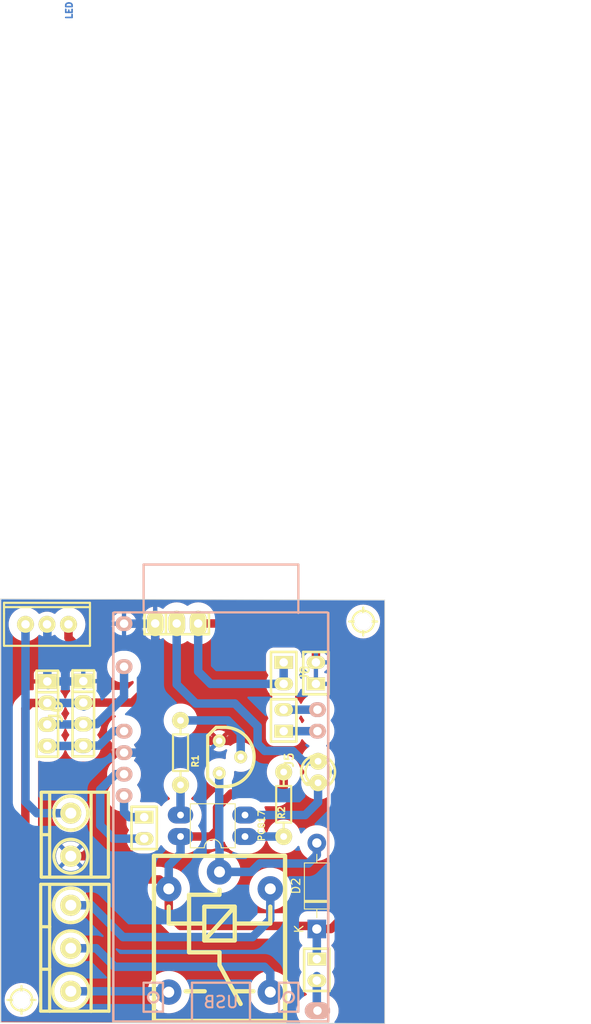
<source format=kicad_pcb>
(kicad_pcb (version 20221018) (generator pcbnew)
  (layers (0 "F.Cu" signal) (31 "B.Cu" signal) (34 "B.Paste" user) (35 "F.Paste" user) (36 "B.SilkS" user "B.Silkscreen") (37 "F.SilkS" user "F.Silkscreen") (38 "B.Mask" user) (39 "F.Mask" user) (44 "Edge.Cuts" user))
  (net 0 "")
  (net 1 "Net-(D1-K)")
  (net 2 "Net-(D1-A)")
  (net 3 "VCC")
  (net 4 "Net-(D2-A)")
  (net 5 "Net-(J1-Pin_1)")
  (net 6 "Net-(J1-Pin_2)")
  (net 7 "Net-(J1-Pin_3)")
  (net 8 "GND")
  (net 9 "Net-(J3-Pin_1)")
  (net 10 "scl")
  (net 11 "sda")
  (net 12 "Net-(Q1-B)")
  (net 13 "Net-(R1-Pad1)")
  (net 14 "Net-(R2-Pad2)")
  (net 15 "/D19")
  (net 16 "/D18")
  (net 17 "/D34")
  (net 18 "/D35")
  (net 19 "Net-(JP1-B)")
  (footprint "EESTN5:Pin_Strip_3" (layer "F.Cu") (at 113.34 71.35)
    (fp_text reference "J2" hide)
    (fp_text value "pineras" hide)
    (fp_line (start -3.81 -1.27) (end -3.81 1.27) (stroke (width 0.3048)) (layer "F.SilkS"))
    (fp_line (start -3.81 -1.27) (end 3.81 -1.27) (stroke (width 0.3048)) (layer "F.SilkS"))
    (fp_line (start -1.27 -1.27) (end -1.27 1.27) (stroke (width 0.3048)) (layer "F.SilkS"))
    (fp_line (start 3.81 -1.27) (end 3.81 1.27) (stroke (width 0.3048)) (layer "F.SilkS"))
    (fp_line (start 3.81 1.27) (end -3.81 1.27) (stroke (width 0.3048)) (layer "F.SilkS"))
    (pad "1" thru_hole oval (at -2.54 0) (size 2 3) (drill 1) (layers "*.Cu" "*.Mask" "F.SilkS") (net 8 "GND"))
    (pad "2" thru_hole oval (at 0 0) (size 2 3) (drill 1) (layers "*.Cu" "*.Mask" "F.SilkS") (net 1 "Net-(D1-K)"))
    (pad "3" thru_hole oval (at 2.54 0) (size 2 3) (drill 1) (layers "*.Cu" "*.Mask" "F.SilkS") (net 3 "VCC"))
  )
  (footprint "EESTN5:RES0.3" (layer "F.Cu") (at 113.792 86.614 90)
    (fp_text reference "R1" (at -1 1.75 90) (layer "F.SilkS") (effects (font (size 0.75 0.75) (thickness 0.1875))))
    (fp_text value "R" hide)
    (fp_line (start -2.159 -0.889) (end -2.159 0.889) (stroke (width 0.254)) (layer "F.SilkS"))
    (fp_line (start -2.159 0) (end -3.81 0) (stroke (width 0.254)) (layer "F.SilkS"))
    (fp_line (start -2.159 0.889) (end 2.159 0.889) (stroke (width 0.254)) (layer "F.SilkS"))
    (fp_line (start 2.159 -0.889) (end -2.159 -0.889) (stroke (width 0.254)) (layer "F.SilkS"))
    (fp_line (start 2.159 0) (end 3.81 0) (stroke (width 0.254)) (layer "F.SilkS"))
    (fp_line (start 2.159 0.889) (end 2.159 -0.889) (stroke (width 0.254)) (layer "F.SilkS"))
    (pad "1" thru_hole circle (at -3.81 0 90) (size 1.99898 1.99898) (drill 0.8001) (layers "*.Cu" "*.Mask" "F.SilkS") (net 13 "Net-(R1-Pad1)"))
    (pad "2" thru_hole circle (at 3.81 0 90) (size 1.99898 1.99898) (drill 0.8001) (layers "*.Cu" "*.Mask" "F.SilkS") (net 12 "Net-(Q1-B)"))
  )
  (footprint "EESTN5_2:pin_strip_4" (layer "F.Cu") (at 102.3 81.97 -90)
    (fp_text reference "J6" (at -0.2032 3.2258 90) (layer "F.SilkS") (effects (font (size 1.5 1.5) (thickness 0.3))))
    (fp_text value "Conn_01x04" hide)
    (fp_line (start -5.08 -1.27) (end 5.08 -1.27) (stroke (width 0.3048)) (layer "F.SilkS"))
    (fp_line (start -5.08 1.27) (end -5.08 -1.27) (stroke (width 0.3048)) (layer "F.SilkS"))
    (fp_line (start -2.54 -1.27) (end -2.54 1.27) (stroke (width 0.3048)) (layer "F.SilkS"))
    (fp_line (start 5.08 -1.27) (end 5.08 1.27) (stroke (width 0.3048)) (layer "F.SilkS"))
    (fp_line (start 5.08 1.27) (end -5.08 1.27) (stroke (width 0.3048)) (layer "F.SilkS"))
    (pad "1" thru_hole rect (at -3.81 0 270) (size 1.75 2.2) (drill 1.00076) (layers "*.Cu" "*.Mask" "F.SilkS") (net 8 "GND"))
    (pad "2" thru_hole oval (at -1.27 0 270) (size 1.75 2.2) (drill 1.00076) (layers "*.Cu" "*.Mask" "F.SilkS") (net 3 "VCC"))
    (pad "3" thru_hole oval (at 1.27 0 270) (size 1.75 2.2) (drill 1.00076) (layers "*.Cu" "*.Mask" "F.SilkS") (net 10 "scl"))
    (pad "4" thru_hole oval (at 3.81 0 270) (size 1.75 2.2) (drill 1.00076) (layers "*.Cu" "*.Mask" "F.SilkS") (net 11 "sda"))
  )
  (footprint "EESTN5:TO-220" (layer "F.Cu") (at 98.01 71.45)
    (fp_text reference "U3" hide)
    (fp_text value "L7805" hide)
    (fp_line (start -5.08 -2.54) (end -5.08 -1.27) (stroke (width 0.254)) (layer "F.SilkS"))
    (fp_line (start -5.08 -2.032) (end 5.08 -2.032) (stroke (width 0.254)) (layer "F.SilkS"))
    (fp_line (start -5.08 -1.27) (end -5.08 2.54) (stroke (width 0.254)) (layer "F.SilkS"))
    (fp_line (start -5.08 2.54) (end 5.08 2.54) (stroke (width 0.254)) (layer "F.SilkS"))
    (fp_line (start 5.08 -2.54) (end -5.08 -2.54) (stroke (width 0.254)) (layer "F.SilkS"))
    (fp_line (start 5.08 2.54) (end 5.08 -2.54) (stroke (width 0.254)) (layer "F.SilkS"))
    (pad "1" thru_hole circle (at -2.54 0) (size 2 2) (drill 1) (layers "*.Cu" "*.Mask" "F.SilkS") (net 9 "Net-(J3-Pin_1)"))
    (pad "2" thru_hole circle (at 0 0) (size 2 2) (drill 1) (layers "*.Cu" "*.Mask" "F.SilkS") (net 8 "GND"))
    (pad "3" thru_hole circle (at 2.54 0) (size 2 2) (drill 1) (layers "*.Cu" "*.Mask" "F.SilkS") (net 3 "VCC"))
  )
  (footprint "EESTN5_2:hole_2mm" (layer "F.Cu") (at 94.996 115.824)
    (fp_text reference "hole_2mm" hide)
    (fp_text value "VAL**" hide)
    (fp_line (start -1.651 0) (end 1.651 0) (stroke (width 0.254)) (layer "F.SilkS"))
    (fp_line (start 0 -1.651) (end 0 1.651) (stroke (width 0.254)) (layer "F.SilkS"))
    (fp_circle (center 0 0) (end 1.27 -0.127) (stroke (width 0.254)) (fill none) (layer "F.SilkS"))
    (pad "1" thru_hole circle (at 0 0) (size 1.99898 1.99898) (drill 1.99898) (layers "*.Cu" "F.SilkS"))
  )
  (footprint "EESTN5_2:Jumper" (layer "F.Cu") (at 129.9 112.268 -90)
    (fp_text reference "JP1" hide)
    (fp_text value "Jumper" hide)
    (fp_line (start -2.5 -1.5) (end 2.5 -1.5) (stroke (width 0.3048)) (layer "F.SilkS"))
    (fp_line (start -2.5 1.5) (end -2.5 -1.5) (stroke (width 0.3048)) (layer "F.SilkS"))
    (fp_line (start 2.5 -1.5) (end 2.5 1.5) (stroke (width 0.3048)) (layer "F.SilkS"))
    (fp_line (start 2.5 1.5) (end -2.5 1.5) (stroke (width 0.3048)) (layer "F.SilkS"))
    (pad "1" thru_hole rect (at -1.27 0 270) (size 1.524 2.19964) (drill 1.00076) (layers "*.Cu" "*.Mask" "F.SilkS") (net 3 "VCC"))
    (pad "2" thru_hole oval (at 1.27 0 270) (size 1.524 2.19964) (drill 1.00076) (layers "*.Cu" "*.Mask" "F.SilkS") (net 19 "Net-(JP1-B)"))
  )
  (footprint "EESTN5:Pin_strip_2" (layer "F.Cu") (at 109.5 95.5 -90)
    (fp_text reference "J4" hide)
    (fp_text value "Conn_01x02_Pin" hide)
    (fp_line (start -2.5 -1.5) (end 2.5 -1.5) (stroke (width 0.3048)) (layer "F.SilkS"))
    (fp_line (start -2.5 1.5) (end -2.5 -1.5) (stroke (width 0.3048)) (layer "F.SilkS"))
    (fp_line (start 2.5 -1.5) (end 2.5 1.5) (stroke (width 0.3048)) (layer "F.SilkS"))
    (fp_line (start 2.5 1.5) (end -2.5 1.5) (stroke (width 0.3048)) (layer "F.SilkS"))
    (pad "1" thru_hole rect (at -1.27 0 270) (size 1.524 2.19964) (drill 1.00076) (layers "*.Cu" "*.Mask" "F.SilkS") (net 16 "/D18"))
    (pad "2" thru_hole oval (at 1.27 0 270) (size 1.524 2.19964) (drill 1.00076) (layers "*.Cu" "*.Mask" "F.SilkS") (net 15 "/D19"))
  )
  (footprint "EESTN5_2:hole_2mm" (layer "F.Cu") (at 135.382 71.12)
    (fp_text reference "hole_2mm" hide)
    (fp_text value "VAL**" hide)
    (fp_line (start -1.651 0) (end 1.651 0) (stroke (width 0.254)) (layer "F.SilkS"))
    (fp_line (start 0 -1.651) (end 0 1.651) (stroke (width 0.254)) (layer "F.SilkS"))
    (fp_circle (center 0 0) (end 1.27 -0.127) (stroke (width 0.254)) (fill none) (layer "F.SilkS"))
    (pad "1" thru_hole circle (at 0 0) (size 1.99898 1.99898) (drill 1.99898) (layers "*.Cu" "F.SilkS"))
  )
  (footprint "EESTN5:BORNERA2_AZUL" (layer "F.Cu") (at 100.82375 96.3 -90)
    (fp_text reference "J3" hide)
    (fp_text value "Screw_Terminal_01x02" hide)
    (fp_line (start -5.0165 -4.445) (end -5.0165 3.4925) (stroke (width 0.381)) (layer "F.SilkS"))
    (fp_line (start -5 -2.4) (end 5 -2.4) (stroke (width 0.381)) (layer "F.SilkS"))
    (fp_line (start -5 2.5) (end 5 2.5) (stroke (width 0.381)) (layer "F.SilkS"))
    (fp_line (start -4.9835 3.4925) (end 5.0165 3.4925) (stroke (width 0.381)) (layer "F.SilkS"))
    (fp_line (start 0 2.54) (end 0 3.4845) (stroke (width 0.381)) (layer "F.SilkS"))
    (fp_line (start 5.0165 -4.445) (end -4.9835 -4.445) (stroke (width 0.381)) (layer "F.SilkS"))
    (fp_line (start 5.0165 3.4925) (end 5.0165 -4.445) (stroke (width 0.381)) (layer "F.SilkS"))
    (fp_circle (center -2.55 0) (end -0.55 0) (stroke (width 0.381)) (fill none) (layer "F.SilkS"))
    (fp_circle (center 2.55 0) (end 0.55 0) (stroke (width 0.381)) (fill none) (layer "F.SilkS"))
    (pad "1" thru_hole circle (at -2.54 0 270) (size 2.5 2.5) (drill 1.3) (layers "*.Cu" "*.Mask" "F.SilkS") (net 9 "Net-(J3-Pin_1)"))
    (pad "2" thru_hole circle (at 2.54 0 270) (size 2.5 2.5) (drill 1.3) (layers "*.Cu" "*.Mask" "F.SilkS") (net 8 "GND"))
  )
  (footprint "EESTN5:led_3mm_red" (layer "F.Cu") (at 130.048 88.9)
    (fp_text reference "D1" hide)
    (fp_text value "LED" (at -29.41 -89.984 90) (layer "B.Cu") (effects (font (size 0.75 0.75) (thickness 0.1875))))
    (fp_line (start -1.50114 1.30048) (end 1.50114 1.30048) (stroke (width 0.29972)) (layer "F.SilkS"))
    (fp_line (start -1.30048 1.50114) (end 1.30048 1.50114) (stroke (width 0.29972)) (layer "F.SilkS"))
    (fp_arc (start -1.99898 0) (mid -1.413492 -1.413492) (end 0 -1.99898) (stroke (width 0.29972)) (layer "F.SilkS"))
    (fp_arc (start -1.33096 1.50114) (mid -2.002597 0.120335) (end -1.50114 -1.33096) (stroke (width 0.29972)) (layer "F.SilkS"))
    (fp_arc (start 0 -1.99898) (mid 1.413492 -1.413492) (end 1.99898 0) (stroke (width 0.29972)) (layer "F.SilkS"))
    (fp_arc (start 1.50876 -1.31064) (mid 1.993617 0.140092) (end 1.31064 1.50876) (stroke (width 0.29972)) (layer "F.SilkS"))
    (fp_circle (center 0 0) (end -1.50114 0) (stroke (width 0.29972)) (fill none) (layer "F.SilkS"))
    (pad "1" thru_hole circle (at 0 -1.27) (size 1.99898 1.99898) (drill 0.8001) (layers "*.Cu" "*.Mask" "F.SilkS") (net 1 "Net-(D1-K)"))
    (pad "2" thru_hole circle (at 0 1.27) (size 1.99898 1.99898) (drill 0.8001) (layers "*.Cu" "*.Mask" "F.SilkS") (net 2 "Net-(D1-A)"))
  )
  (footprint "Package_DIP:DIP-4_W7.62mm" (layer "F.Cu") (at 121.412 96.52 180)
    (fp_text reference "PC817" (at -1.95 1.275 90) (layer "F.SilkS") (effects (font (size 0.75 0.75))))
    (fp_text value "PC817")
    (fp_line (start 1.16 -1.33) (end 1.16 3.87) (stroke (width 0.12)) (layer "F.SilkS"))
    (fp_line (start 1.16 3.87) (end 6.46 3.87) (stroke (width 0.12)) (layer "F.SilkS"))
    (fp_line (start 2.81 -1.33) (end 1.16 -1.33) (stroke (width 0.12)) (layer "F.SilkS"))
    (fp_line (start 6.46 -1.33) (end 4.81 -1.33) (stroke (width 0.12)) (layer "F.SilkS"))
    (fp_line (start 6.46 3.87) (end 6.46 -1.33) (stroke (width 0.12)) (layer "F.SilkS"))
    (fp_arc (start 4.81 -1.33) (mid 3.81 -0.33) (end 2.81 -1.33) (stroke (width 0.12)) (layer "F.SilkS"))
    (pad "1" thru_hole oval (at 0 0 180) (size 3 2) (drill 0.8) (layers "*.Cu" "*.Mask" "B.Adhes") (net 14 "Net-(R2-Pad2)"))
    (pad "2" thru_hole oval (at 0 2.54 180) (size 3 2) (drill 0.8) (layers "*.Cu" "*.Mask" "B.Adhes") (net 2 "Net-(D1-A)"))
    (pad "3" thru_hole oval (at 7.62 2.54 180) (size 3 2) (drill 0.8) (layers "*.Cu" "*.Mask" "B.Adhes") (net 13 "Net-(R1-Pad1)"))
    (pad "4" thru_hole oval (at 7.62 0 180) (size 3 2) (drill 0.8) (layers "*.Cu" "*.Mask" "B.Adhes") (net 3 "VCC"))
  )
  (footprint "EESTN5:RES0.3" (layer "F.Cu") (at 125.984 92.71 -90)
    (fp_text reference "R2" (at 1 0.25 90) (layer "F.SilkS") (effects (font (size 0.75 0.75) (thickness 0.1875))))
    (fp_text value "R" hide)
    (fp_line (start -2.159 -0.889) (end -2.159 0.889) (stroke (width 0.254)) (layer "F.SilkS"))
    (fp_line (start -2.159 0) (end -3.81 0) (stroke (width 0.254)) (layer "F.SilkS"))
    (fp_line (start -2.159 0.889) (end 2.159 0.889) (stroke (width 0.254)) (layer "F.SilkS"))
    (fp_line (start 2.159 -0.889) (end -2.159 -0.889) (stroke (width 0.254)) (layer "F.SilkS"))
    (fp_line (start 2.159 0) (end 3.81 0) (stroke (width 0.254)) (layer "F.SilkS"))
    (fp_line (start 2.159 0.889) (end 2.159 -0.889) (stroke (width 0.254)) (layer "F.SilkS"))
    (pad "1" thru_hole circle (at -3.81 0 270) (size 1.99898 1.99898) (drill 0.8001) (layers "*.Cu" "*.Mask" "F.SilkS") (net 3 "VCC"))
    (pad "2" thru_hole circle (at 3.81 0 270) (size 1.99898 1.99898) (drill 0.8001) (layers "*.Cu" "*.Mask" "F.SilkS") (net 14 "Net-(R2-Pad2)"))
  )
  (footprint "EESTN5:to92" (layer "F.Cu") (at 118.999 87.122 -90)
    (fp_text reference "Q1" hide)
    (fp_text value "2N3904" hide)
    (fp_line (start -3.5 1) (end -3.5 0) (stroke (width 0.381)) (layer "F.SilkS"))
    (fp_line (start -2.5 2) (end -3.5 1) (stroke (width 0.381)) (layer "F.SilkS"))
    (fp_line (start 2.5 2) (end 3.5 1) (stroke (width 0.381)) (layer "F.SilkS"))
    (fp_line (start 2.54 2) (end -2.54 2) (stroke (width 0.381)) (layer "F.SilkS"))
    (fp_line (start 3.5 1) (end 3.5 0) (stroke (width 0.381)) (layer "F.SilkS"))
    (fp_arc (start -3.5 0) (mid 0 -3.5) (end 3.5 0) (stroke (width 0.381)) (layer "F.SilkS"))
    (pad "1" thru_hole circle (at -1.905 0.635 270) (size 1.524 1.524) (drill 0.762) (layers "*.Cu" "*.Mask" "F.SilkS") (net 8 "GND"))
    (pad "2" thru_hole circle (at 0 -1.905 270) (size 1.524 1.524) (drill 0.762) (layers "*.Cu" "*.Mask" "F.SilkS") (net 12 "Net-(Q1-B)"))
    (pad "3" thru_hole circle (at 1.905 0.635 270) (size 1.524 1.524) (drill 0.762) (layers "*.Cu" "*.Mask" "F.SilkS") (net 4 "Net-(D2-A)"))
  )
  (footprint "EESTN5:Pin_strip_2" (layer "F.Cu") (at 129.794 77.216 90)
    (fp_text reference "J7" hide)
    (fp_text value "Conn_01x02_Pin" hide)
    (fp_line (start -2.5 -1.5) (end 2.5 -1.5) (stroke (width 0.3048)) (layer "F.SilkS"))
    (fp_line (start -2.5 1.5) (end -2.5 -1.5) (stroke (width 0.3048)) (layer "F.SilkS"))
    (fp_line (start 2.5 -1.5) (end 2.5 1.5) (stroke (width 0.3048)) (layer "F.SilkS"))
    (fp_line (start 2.5 1.5) (end -2.5 1.5) (stroke (width 0.3048)) (layer "F.SilkS"))
    (pad "1" thru_hole rect (at -1.27 0 90) (size 1.524 2.19964) (drill 1.00076) (layers "*.Cu" "*.Mask" "F.SilkS") (net 8 "GND"))
    (pad "2" thru_hole oval (at 1.27 0 90) (size 1.524 2.19964) (drill 1.00076) (layers "*.Cu" "*.Mask" "F.SilkS") (net 8 "GND"))
  )
  (footprint "EESTN5:Relay_C" (layer "F.Cu") (at 118.4 108.8)
    (fp_text reference "K1" hide)
    (fp_text value "RELAY_C" hide)
    (fp_line (start -7.75 -10) (end -7.75 9.5) (stroke (width 0.508)) (layer "F.SilkS"))
    (fp_line (start -7.75 -10) (end 7.65 -10) (stroke (width 0.508)) (layer "F.SilkS"))
    (fp_line (start -7.75 9.5) (end 7.75 9.5) (stroke (width 0.508)) (layer "F.SilkS"))
    (fp_line (start -6 -4) (end -6 -2) (stroke (width 0.508)) (layer "F.SilkS"))
    (fp_line (start -3.6 1.4) (end -3.6 -5.4) (stroke (width 0.508)) (layer "F.SilkS"))
    (fp_line (start -1.8 -4) (end 1.8 -4) (stroke (width 0.508)) (layer "F.SilkS"))
    (fp_line (start -1.8 -2) (end -6 -2) (stroke (width 0.508)) (layer "F.SilkS"))
    (fp_line (start -1.8 0) (end -1.8 -4) (stroke (width 0.508)) (layer "F.SilkS"))
    (fp_line (start -1.8 0) (end 1.8 -4) (stroke (width 0.508)) (layer "F.SilkS"))
    (fp_line (start -1.75 6) (end -4 6) (stroke (width 0.508)) (layer "F.SilkS"))
    (fp_line (start 0 -6) (end 0 -5.4) (stroke (width 0.508)) (layer "F.SilkS"))
    (fp_line (start 0 -5.4) (end -3.6 -5.4) (stroke (width 0.508)) (layer "F.SilkS"))
    (fp_line (start 0 1.4) (end -3.6 1.4) (stroke (width 0.508)) (layer "F.SilkS"))
    (fp_line (start 0 1.4) (end 0 2.9) (stroke (width 0.508)) (layer "F.SilkS"))
    (fp_line (start 0 2.9) (end 2.5 7.5) (stroke (width 0.508)) (layer "F.SilkS"))
    (fp_line (start 1.8 -4) (end 1.8 0) (stroke (width 0.508)) (layer "F.SilkS"))
    (fp_line (start 1.8 0) (end -1.8 0) (stroke (width 0.508)) (layer "F.SilkS"))
    (fp_line (start 4 6) (end 1.75 6) (stroke (width 0.508)) (layer "F.SilkS"))
    (fp_line (start 6 -4) (end 6 -2) (stroke (width 0.508)) (layer "F.SilkS"))
    (fp_line (start 6 -2) (end 1.8 -2) (stroke (width 0.508)) (layer "F.SilkS"))
    (fp_line (start 7.75 -10) (end 7.75 9.5) (stroke (width 0.508)) (layer "F.SilkS"))
    (pad "1" thru_hole circle (at 0 -8.1) (size 3 3) (drill 1.3) (layers "*.Cu" "*.Mask") (net 4 "Net-(D2-A)"))
    (pad "2" thru_hole circle (at -6 -6.1) (size 3 3) (drill 1.3) (layers "*.Cu" "*.Mask") (net 3 "VCC"))
    (pad "3" thru_hole circle (at -6 6.1) (size 3 3) (drill 1.3) (layers "*.Cu" "*.Mask") (net 7 "Net-(J1-Pin_3)"))
    (pad "4" thru_hole circle (at 6 6.1) (size 3 3) (drill 1.3) (layers "*.Cu" "*.Mask") (net 6 "Net-(J1-Pin_2)"))
    (pad "5" thru_hole circle (at 6 -6.1) (size 3 3) (drill 1.3) (layers "*.Cu" "*.Mask") (net 5 "Net-(J1-Pin_1)"))
  )
  (footprint "EESTN5:BORNERA3_AZUL" (layer "F.Cu") (at 100.82375 109.72 -90)
    (fp_text reference "J1" hide)
    (fp_text value "borneras" hide)
    (fp_line (start -7.5565 -4.5085) (end -7.5565 3.556) (stroke (width 0.381)) (layer "F.SilkS"))
    (fp_line (start -7.5565 3.556) (end 7.4295 3.556) (stroke (width 0.381)) (layer "F.SilkS"))
    (fp_line (start -7.55 -2.4) (end 7.45 -2.4) (stroke (width 0.381)) (layer "F.SilkS"))
    (fp_line (start -7.55 2.5) (end 7.45 2.5) (stroke (width 0.381)) (layer "F.SilkS"))
    (fp_line (start -2.54 2.4765) (end -2.55 3.539347) (stroke (width 0.381)) (layer "F.SilkS"))
    (fp_line (start 2.4765 2.4765) (end 2.4765 3.4925) (stroke (width 0.381)) (layer "F.SilkS"))
    (fp_line (start 7.4295 3.556) (end 7.4295 -4.5085) (stroke (width 0.381)) (layer "F.SilkS"))
    (fp_line (start 7.45 -4.5085) (end -7.55 -4.5085) (stroke (width 0.381)) (layer "F.SilkS"))
    (fp_circle (center -5.08 0) (end -3.05 0) (stroke (width 0.381)) (fill none) (layer "F.SilkS"))
    (fp_circle (center 0 0) (end -2.05 0) (stroke (width 0.381)) (fill none) (layer "F.SilkS"))
    (fp_circle (center 5.08 0) (end 2.95 0) (stroke (width 0.381)) (fill none) (layer "F.SilkS"))
    (pad "1" thru_hole circle (at -5.08 0 270) (size 2.5 2.5) (drill 1.3) (layers "*.Cu" "*.Mask" "F.SilkS") (net 5 "Net-(J1-Pin_1)"))
    (pad "2" thru_hole circle (at 0 0 270) (size 2.5 2.5) (drill 1.3) (layers "*.Cu" "*.Mask" "F.SilkS") (net 6 "Net-(J1-Pin_2)"))
    (pad "3" thru_hole circle (at 5.08 0 270) (size 2.5 2.5) (drill 1.3) (layers "*.Cu" "*.Mask" "F.SilkS") (net 7 "Net-(J1-Pin_3)"))
  )
  (footprint "EESTN5:pin_strip_4" (layer "F.Cu") (at 98.05 82.01 -90)
    (fp_text reference "pn532" hide)
    (fp_text value "Conn_01x04_Socket" hide)
    (fp_line (start -5.08 -1.27) (end 5.08 -1.27) (stroke (width 0.3048)) (layer "F.SilkS"))
    (fp_line (start -5.08 1.27) (end -5.08 -1.27) (stroke (width 0.3048)) (layer "F.SilkS"))
    (fp_line (start -2.54 -1.27) (end -2.54 1.27) (stroke (width 0.3048)) (layer "F.SilkS"))
    (fp_line (start 5.08 -1.27) (end 5.08 1.27) (stroke (width 0.3048)) (layer "F.SilkS"))
    (fp_line (start 5.08 1.27) (end -5.08 1.27) (stroke (width 0.3048)) (layer "F.SilkS"))
    (pad "1" thru_hole rect (at -3.81 0 270) (size 1.75 2.2) (drill 1.00076) (layers "*.Cu" "*.Mask" "F.SilkS") (net 8 "GND"))
    (pad "2" thru_hole oval (at -1.27 0 270) (size 1.75 2.2) (drill 1.00076) (layers "*.Cu" "*.Mask" "F.SilkS") (net 3 "VCC"))
    (pad "3" thru_hole oval (at 1.27 0 270) (size 1.75 2.2) (drill 1.00076) (layers "*.Cu" "*.Mask" "F.SilkS") (net 10 "scl"))
    (pad "4" thru_hole oval (at 3.81 0 270) (size 1.75 2.2) (drill 1.00076) (layers "*.Cu" "*.Mask" "F.SilkS") (net 11 "sda"))
  )
  (footprint "EESTN5:Pin_strip_2" (layer "F.Cu") (at 125.984 82.804 90)
    (fp_text reference "J5" (at -4.68 0.65 90) (layer "F.SilkS") (effects (font (size 1.016 1.016) (thickness 0.2032))))
    (fp_text value "Conn_01x02_Pin" hide)
    (fp_line (start -2.5 -1.5) (end 2.5 -1.5) (stroke (width 0.3048)) (layer "F.SilkS"))
    (fp_line (start -2.5 1.5) (end -2.5 -1.5) (stroke (width 0.3048)) (layer "F.SilkS"))
    (fp_line (start 2.5 -1.5) (end 2.5 1.5) (stroke (width 0.3048)) (layer "F.SilkS"))
    (fp_line (start 2.5 1.5) (end -2.5 1.5) (stroke (width 0.3048)) (layer "F.SilkS"))
    (pad "1" thru_hole rect (at -1.27 0 90) (size 1.524 2.19964) (drill 1.00076) (layers "*.Cu" "*.Mask" "F.SilkS") (net 18 "/D35"))
    (pad "2" thru_hole oval (at 1.27 0 90) (size 1.524 2.19964) (drill 1.00076) (layers "*.Cu" "*.Mask" "F.SilkS") (net 17 "/D34"))
  )
  (footprint "EESTN5:Pin_strip_2" (layer "F.Cu") (at 125.984 77.216 -90)
    (fp_text reference "J8" (at 0 -2.5 90) (layer "F.SilkS") (effects (font (size 1.016 1.016) (thickness 0.2032))))
    (fp_text value "Conn_01x02_Pin" hide)
    (fp_line (start -2.5 -1.5) (end 2.5 -1.5) (stroke (width 0.3048)) (layer "F.SilkS"))
    (fp_line (start -2.5 1.5) (end -2.5 -1.5) (stroke (width 0.3048)) (layer "F.SilkS"))
    (fp_line (start 2.5 -1.5) (end 2.5 1.5) (stroke (width 0.3048)) (layer "F.SilkS"))
    (fp_line (start 2.5 1.5) (end -2.5 1.5) (stroke (width 0.3048)) (layer "F.SilkS"))
    (pad "1" thru_hole rect (at -1.27 0 270) (size 1.524 2.19964) (drill 1.00076) (layers "*.Cu" "*.Mask" "F.SilkS") (net 3 "VCC"))
    (pad "2" thru_hole oval (at 1.27 0 270) (size 1.524 2.19964) (drill 1.00076) (layers "*.Cu" "*.Mask" "F.SilkS") (net 3 "VCC"))
  )
  (footprint "Diode_THT:D_DO-41_SOD81_P10.16mm_Horizontal" (layer "F.Cu") (at 129.9 107.442 90)
    (fp_text reference "D2" (at 5.08 -2.47 90) (layer "F.SilkS"))
    (fp_text value "1N4007")
    (fp_text user "K" (at 0 -2.1 90) (layer "F.SilkS"))
    (fp_line (start 1.34 0) (end 2.36 0) (stroke (width 0.12)) (layer "F.SilkS"))
    (fp_line (start 2.36 -1.47) (end 2.36 1.47) (stroke (width 0.12)) (layer "F.SilkS"))
    (fp_line (start 2.36 1.47) (end 7.8 1.47) (stroke (width 0.12)) (layer "F.SilkS"))
    (fp_line (start 3.14 -1.47) (end 3.14 1.47) (stroke (width 0.12)) (layer "F.SilkS"))
    (fp_line (start 3.26 -1.47) (end 3.26 1.47) (stroke (width 0.12)) (layer "F.SilkS"))
    (fp_line (start 3.38 -1.47) (end 3.38 1.47) (stroke (width 0.12)) (layer "F.SilkS"))
    (fp_line (start 7.8 -1.47) (end 2.36 -1.47) (stroke (width 0.12)) (layer "F.SilkS"))
    (fp_line (start 7.8 1.47) (end 7.8 -1.47) (stroke (width 0.12)) (layer "F.SilkS"))
    (fp_line (start 8.82 0) (end 7.8 0) (stroke (width 0.12)) (layer "F.SilkS"))
    (pad "1" thru_hole rect (at 0 0 90) (size 2.2 2.2) (drill 1.1) (layers "*.Cu" "*.Mask") (net 3 "VCC"))
    (pad "2" thru_hole oval (at 10.16 0 90) (size 2.2 2.2) (drill 1.1) (layers "*.Cu" "*.Mask") (net 4 "Net-(D2-A)"))
  )
  (footprint "ESP32:ESP32 48x25 LEGIT" (layer "B.Cu") (at 118.8 92.2 -90)
    (fp_text reference "U2" hide)
    (fp_text value "ESP32_DEVKITC" hide)
    (fp_text user "USB" (at 23.876 0.227 180) (layer "B.SilkS") (effects (font (size 1.3716 1.3716) (thickness 0.2286)) (justify mirror)))
    (fp_line (start -27.813 -8.917) (end -22.098 -8.917) (stroke (width 0.27432)) (layer "B.SilkS"))
    (fp_line (start -27.813 9.371) (end -27.813 -8.917) (stroke (width 0.27432)) (layer "B.SilkS"))
    (fp_line (start -27.813 9.371) (end -22.098 9.371) (stroke (width 0.27432)) (layer "B.SilkS"))
    (fp_line (start -22.164 12.827) (end -22.164 -12.319) (stroke (width 0.27432)) (layer "B.SilkS"))
    (fp_line (start -22.098 12.954) (end 26.162 12.954) (stroke (width 0.3048)) (layer "B.SilkS"))
    (fp_line (start 21.59 -8.917) (end 21.59 -6.631) (stroke (width 0.27432)) (layer "B.SilkS"))
    (fp_line (start 21.59 -6.631) (end 25.019 -6.631) (stroke (width 0.27432)) (layer "B.SilkS"))
    (fp_line (start 21.59 -3.202) (end 26.162 -3.202) (stroke (width 0.27432)) (layer "B.SilkS"))
    (fp_line (start 21.59 3.656) (end 21.59 -3.202) (stroke (width 0.27432)) (layer "B.SilkS"))
    (fp_line (start 21.59 7.085) (end 25.019 7.085) (stroke (width 0.27432)) (layer "B.SilkS"))
    (fp_line (start 21.59 9.371) (end 21.59 7.085) (stroke (width 0.27432)) (layer "B.SilkS"))
    (fp_line (start 25.019 -8.917) (end 21.59 -8.917) (stroke (width 0.27432)) (layer "B.SilkS"))
    (fp_line (start 25.019 -6.631) (end 25.019 -8.917) (stroke (width 0.27432)) (layer "B.SilkS"))
    (fp_line (start 25.019 7.085) (end 25.019 9.371) (stroke (width 0.27432)) (layer "B.SilkS"))
    (fp_line (start 25.019 9.371) (end 21.59 9.371) (stroke (width 0.27432)) (layer "B.SilkS"))
    (fp_line (start 26.162 -12.446) (end -22.098 -12.446) (stroke (width 0.3048)) (layer "B.SilkS"))
    (fp_line (start 26.162 -12.346) (end 26.162 12.8) (stroke (width 0.27432)) (layer "B.SilkS"))
    (fp_line (start 26.162 3.656) (end 21.59 3.656) (stroke (width 0.27432)) (layer "B.SilkS"))
    (fp_circle (center 23.3045 -7.774) (end 23.81885 -8.1169) (stroke (width 0.27432)) (fill none) (layer "B.SilkS"))
    (fp_circle (center 23.3045 8.228) (end 23.81885 7.8851) (stroke (width 0.27432)) (fill none) (layer "B.SilkS"))
    (pad "5" thru_hole oval (at -10.668 -11.176 90) (size 1.75 2) (drill 1) (layers "*.Cu" "*.Mask" "B.SilkS") (net 17 "/D34"))
    (pad "6" thru_hole oval (at -8.128 -11.176 90) (size 1.75 2) (drill 1) (layers "*.Cu" "*.Mask" "B.SilkS") (net 18 "/D35"))
    (pad "19" thru_hole oval (at 24.892 -11.176 90) (size 2 3) (drill 1) (layers "*.Cu" "*.Mask" "B.SilkS") (net 19 "Net-(JP1-B)"))
    (pad "30" thru_hole oval (at -0.508 11.684 90) (size 1.75 2) (drill 1) (layers "*.Cu" "*.Mask" "B.SilkS") (net 16 "/D18"))
    (pad "31" thru_hole oval (at -3.048 11.684 90) (size 1.75 2) (drill 1) (layers "*.Cu" "*.Mask" "B.SilkS") (net 15 "/D19"))
    (pad "32" thru_hole oval (at -5.588 11.684 90) (size 1.75 2) (drill 1) (layers "*.Cu" "*.Mask" "B.SilkS") (net 8 "GND"))
    (pad "33" thru_hole oval (at -8.128 11.684 90) (size 1.75 2) (drill 1) (layers "*.Cu" "*.Mask" "B.SilkS") (net 11 "sda"))
    (pad "36" thru_hole oval (at -15.748 11.684 90) (size 1.75 2) (drill 1) (layers "*.Cu" "*.Mask" "B.SilkS") (net 10 "scl"))
    (pad "38" thru_hole oval (at -20.828 11.684 90) (size 1.75 2) (drill 1) (layers "*.Cu" "*.Mask" "B.SilkS") (net 8 "GND"))
  )
  (gr_line (start 137.922 118.618) (end 92.55 118.475) (stroke (width 0.1)) (layer "Edge.Cuts"))
  (gr_line (start 92.55 118.475) (end 92.55 68.45) (stroke (width 0.1)) (layer "Edge.Cuts"))
  (gr_line (start 137.922 68.58) (end 137.922 118.618) (stroke (width 0.1)) (layer "Edge.Cuts"))
  (gr_line (start 92.55 68.45) (end 137.922 68.58) (stroke (width 0.1)) (layer "Edge.Cuts"))
  (segment (start 122.904 85.566) (end 123.73851 86.40051) (width 1) (layer "B.Cu") (net 1))
  (segment (start 120.208428 80.804) (end 122.904 83.499573) (width 1) (layer "B.Cu") (net 1))
  (segment (start 122.904 83.499573) (end 122.904 85.566) (width 1) (layer "B.Cu") (net 1))
  (segment (start 127.04051 86.40051) (end 128.27 87.63) (width 1) (layer "B.Cu") (net 1))
  (segment (start 123.73851 86.40051) (end 127.04051 86.40051) (width 1) (layer "B.Cu") (net 1))
  (segment (start 128.27 87.63) (end 130.048 87.63) (width 1) (layer "B.Cu") (net 1))
  (segment (start 115.602 80.804) (end 120.208428 80.804) (width 1) (layer "B.Cu") (net 1))
  (segment (start 113.34 71.35) (end 113.34 78.542) (width 1) (layer "B.Cu") (net 1))
  (segment (start 113.34 78.542) (end 115.602 80.804) (width 1) (layer "B.Cu") (net 1))
  (segment (start 130.048 90.17) (end 130.048 92.456) (width 1) (layer "B.Cu") (net 2))
  (segment (start 130.048 92.456) (end 128.524 93.98) (width 1) (layer "B.Cu") (net 2))
  (segment (start 128.524 93.98) (end 121.412 93.98) (width 1) (layer "B.Cu") (net 2))
  (segment (start 112.4 102.7) (end 111.29 101.59) (width 1) (layer "F.Cu") (net 3))
  (segment (start 109.75 75.602695) (end 107.897305 73.75) (width 1) (layer "F.Cu") (net 3))
  (segment (start 125.984 90.678) (end 125.222 91.44) (width 1) (layer "F.Cu") (net 3))
  (segment (start 109.75 79.05) (end 109.75 75.602695) (width 1) (layer "F.Cu") (net 3))
  (segment (start 107.897305 73.75) (end 101.25 73.75) (width 1) (layer "F.Cu") (net 3))
  (segment (start 95.451283 99.901283) (end 95.451283 81.398717) (width 1) (layer "F.Cu") (net 3))
  (segment (start 129.9 107.08) (end 113.78 107.08) (width 1) (layer "F.Cu") (net 3))
  (segment (start 101.25 73.75) (end 100.55 73.05) (width 1) (layer "F.Cu") (net 3))
  (segment (start 108.1 80.7) (end 109.75 79.05) (width 1) (layer "F.Cu") (net 3))
  (segment (start 125.222 91.44) (end 119.77546 91.44) (width 1) (layer "F.Cu") (net 3))
  (segment (start 119.77546 91.44) (end 118.11 93.10546) (width 1) (layer "F.Cu") (net 3))
  (segment (start 129.9 107.442) (end 131.572 107.442) (width 1) (layer "F.Cu") (net 3))
  (segment (start 100.55 73.05) (end 100.55 71.45) (width 1) (layer "F.Cu") (net 3))
  (segment (start 111.29 101.59) (end 97.14 101.59) (width 1) (layer "F.Cu") (net 3))
  (segment (start 97.14 101.59) (end 95.451283 99.901283) (width 1) (layer "F.Cu") (net 3))
  (segment (start 95.451283 81.398717) (end 96.11 80.74) (width 1) (layer "F.Cu") (net 3))
  (segment (start 117.348 96.52) (end 113.792 96.52) (width 1) (layer "F.Cu") (net 3))
  (segment (start 113.78 107.08) (end 112.4 105.7) (width 1) (layer "F.Cu") (net 3))
  (segment (start 118.11 95.758) (end 117.348 96.52) (width 1) (layer "F.Cu") (net 3))
  (segment (start 118.11 93.10546) (end 118.11 95.758) (width 1) (layer "F.Cu") (net 3))
  (segment (start 131.572 107.442) (end 132.842 106.172) (width 1) (layer "F.Cu") (net 3))
  (segment (start 130.024 71.35) (end 115.88 71.35) (width 1) (layer "F.Cu") (net 3))
  (segment (start 112.4 105.7) (end 112.4 102.7) (width 1) (layer "F.Cu") (net 3))
  (segment (start 125.984 88.9) (end 125.984 90.678) (width 1) (layer "F.Cu") (net 3))
  (segment (start 132.842 74.168) (end 130.024 71.35) (width 1) (layer "F.Cu") (net 3))
  (segment (start 96.11 80.74) (end 98.05 80.74) (width 1) (layer "F.Cu") (net 3))
  (segment (start 102.3 80.7) (end 108.1 80.7) (width 1) (layer "F.Cu") (net 3))
  (segment (start 132.842 106.172) (end 132.842 74.168) (width 1) (layer "F.Cu") (net 3))
  (segment (start 115.88 71.35) (end 115.88 77.018) (width 1) (layer "B.Cu") (net 3))
  (segment (start 125.984 75.946) (end 125.984 78.486) (width 1) (layer "B.Cu") (net 3))
  (segment (start 117.348 78.486) (end 125.984 78.486) (width 1) (layer "B.Cu") (net 3))
  (segment (start 115.88 77.018) (end 117.348 78.486) (width 1) (layer "B.Cu") (net 3))
  (segment (start 102.36 81.16) (end 102.4 81.12) (width 1) (layer "B.Cu") (net 3))
  (segment (start 113.792 98.552) (end 113.792 96.52) (width 1) (layer "B.Cu") (net 3))
  (segment (start 129.9 110.46) (end 129.9 107.08) (width 1) (layer "B.Cu") (net 3))
  (segment (start 112.59 102.51) (end 112.4 102.7) (width 1) (layer "B.Cu") (net 3))
  (segment (start 98.05 80.74) (end 102.26 80.74) (width 1) (layer "B.Cu") (net 3))
  (segment (start 112.4 99.944) (end 113.792 98.552) (width 1) (layer "B.Cu") (net 3))
  (segment (start 112.4 102.7) (end 112.4 99.944) (width 1) (layer "B.Cu") (net 3))
  (segment (start 118.364 97.664) (end 118.4 97.7) (width 1) (layer "B.Cu") (net 4))
  (segment (start 128.894877 99.705123) (end 129.9 98.7) (width 1) (layer "B.Cu") (net 4))
  (segment (start 118.364 89.027) (end 118.364 97.664) (width 1) (layer "B.Cu") (net 4))
  (segment (start 118.4 100.7) (end 122.159171 100.7) (width 1) (layer "B.Cu") (net 4))
  (segment (start 123.154048 99.705123) (end 128.894877 99.705123) (width 1) (layer "B.Cu") (net 4))
  (segment (start 118.4 100.7) (end 118.4 97.7) (width 1) (layer "B.Cu") (net 4))
  (segment (start 122.159171 100.7) (end 123.154048 99.705123) (width 1) (layer "B.Cu") (net 4))
  (segment (start 129.9 98.7) (end 129.9 96.92) (width 1) (layer "B.Cu") (net 4))
  (segment (start 103.2 104.6) (end 107 108.4) (width 1) (layer "B.Cu") (net 5))
  (segment (start 107 108.4) (end 122.3 108.4) (width 1) (layer "B.Cu") (net 5))
  (segment (start 122.3 108.4) (end 124.4 106.3) (width 1) (layer "B.Cu") (net 5))
  (segment (start 124.4 106.3) (end 124.4 102.7) (width 1) (layer "B.Cu") (net 5))
  (segment (start 103.16 104.64) (end 103.2 104.6) (width 1) (layer "B.Cu") (net 5))
  (segment (start 100.82375 104.64) (end 103.16 104.64) (width 1) (layer "B.Cu") (net 5))
  (segment (start 106.005123 111.905123) (end 123.705123 111.905123) (width 1) (layer "B.Cu") (net 6))
  (segment (start 124.4 112.6) (end 124.4 114.9) (width 1) (layer "B.Cu") (net 6))
  (segment (start 123.705123 111.905123) (end 124.4 112.6) (width 1) (layer "B.Cu") (net 6))
  (segment (start 100.82375 109.72) (end 103.82 109.72) (width 1) (layer "B.Cu") (net 6))
  (segment (start 103.82 109.72) (end 106.005123 111.905123) (width 1) (layer "B.Cu") (net 6))
  (segment (start 112.3 114.8) (end 112.4 114.9) (width 1) (layer "B.Cu") (net 7))
  (segment (start 100.82375 114.8) (end 112.3 114.8) (width 1) (layer "B.Cu") (net 7))
  (segment (start 119.507 85.217) (end 122.682 82.042) (width 1) (layer "F.Cu") (net 8))
  (segment (start 106.119852 86.612) (end 104.2 88.531852) (width 1) (layer "F.Cu") (net 8))
  (segment (start 118.364 85.217) (end 119.507 85.217) (width 1) (layer "F.Cu") (net 8))
  (segment (start 122.682 74.676) (end 123.952 73.406) (width 1) (layer "F.Cu") (net 8))
  (segment (start 110.8 73.3) (end 112.938 75.438) (width 1) (layer "F.Cu") (net 8))
  (segment (start 107.116 86.612) (end 106.119852 86.612) (width 1) (layer "F.Cu") (net 8))
  (segment (start 114.827324 80.30451) (end 116.29149 81.768676) (width 1) (layer "F.Cu") (net 8))
  (segment (start 123.952 73.406) (end 128.524 73.406) (width 1) (layer "F.Cu") (net 8))
  (segment (start 129.794 74.676) (end 129.794 75.946) (width 1) (layer "F.Cu") (net 8))
  (segment (start 116.29149 81.768676) (end 116.29149 84.28749) (width 1) (layer "F.Cu") (net 8))
  (segment (start 104.2 88.531852) (end 104.2 97) (width 1) (layer "F.Cu") (net 8))
  (segment (start 116.29149 84.28749) (end 117.221 85.217) (width 1) (layer "F.Cu") (net 8))
  (segment (start 112.938 80.30451) (end 114.827324 80.30451) (width 1) (layer "F.Cu") (net 8))
  (segment (start 117.221 85.217) (end 118.364 85.217) (width 1) (layer "F.Cu") (net 8))
  (segment (start 128.524 73.406) (end 129.794 74.676) (width 1) (layer "F.Cu") (net 8))
  (segment (start 110.8 71.35) (end 110.8 73.3) (width 1) (layer "F.Cu") (net 8))
  (segment (start 112.938 75.438) (end 112.938 80.30451) (width 1) (layer "F.Cu") (net 8))
  (segment (start 122.682 82.042) (end 122.682 74.676) (width 1) (layer "F.Cu") (net 8))
  (segment (start 104.2 97) (end 102.36 98.84) (width 1) (layer "F.Cu") (net 8))
  (segment (start 102.36 98.84) (end 100.82375 98.84) (width 1) (layer "F.Cu") (net 8))
  (segment (start 102.36 78.62) (end 102.4 78.58) (width 1) (layer "B.Cu") (net 8))
  (segment (start 107.108 71.38) (end 107.116 71.372) (width 1) (layer "B.Cu") (net 8))
  (segment (start 107.116 71.372) (end 110.702 71.372) (width 1) (layer "B.Cu") (net 8))
  (segment (start 107.116 86.612) (end 109.388 86.612) (width 1) (layer "B.Cu") (net 8))
  (segment (start 107.088 86.64) (end 107.116 86.612) (width 1) (layer "B.Cu") (net 8))
  (segment (start 110.702 71.372) (end 110.83 71.5) (width 1) (layer "B.Cu") (net 8))
  (segment (start 110.8 85.2) (end 110.8 71.36) (width 1) (layer "B.Cu") (net 8))
  (segment (start 98.01 78.48) (end 98.15 78.62) (width 1) (layer "B.Cu") (net 8))
  (segment (start 98.05 78.2) (end 102.26 78.2) (width 1) (layer "B.Cu") (net 8))
  (segment (start 98.05 78.2) (end 98.05 71.49) (width 1) (layer "B.Cu") (net 8))
  (segment (start 98.05 71.49) (end 98.01 71.45) (width 1) (layer "B.Cu") (net 8))
  (segment (start 109.388 86.612) (end 110.8 85.2) (width 1) (layer "B.Cu") (net 8))
  (segment (start 95.47 92.42) (end 95.47 71.45) (width 1) (layer "B.Cu") (net 9))
  (segment (start 96.81 93.76) (end 95.47 92.42) (width 1) (layer "B.Cu") (net 9))
  (segment (start 100.82375 93.76) (end 96.81 93.76) (width 1) (layer "B.Cu") (net 9))
  (segment (start 102.3 83.24) (end 103.881572 83.24) (width 1) (layer "B.Cu") (net 10))
  (segment (start 103.881572 83.24) (end 107.116 80.005572) (width 1) (layer "B.Cu") (net 10))
  (segment (start 98.05 83.28) (end 102.26 83.28) (width 1) (layer "B.Cu") (net 10))
  (segment (start 107.116 80.005572) (end 107.116 76.452) (width 1) (layer "B.Cu") (net 10))
  (segment (start 102.3 85.78) (end 104.17 85.78) (width 1) (layer "B.Cu") (net 11))
  (segment (start 105.878 84.072) (end 107.116 84.072) (width 1) (layer "B.Cu") (net 11))
  (segment (start 104.17 85.78) (end 105.878 84.072) (width 1) (layer "B.Cu") (net 11))
  (segment (start 102.3 86.18) (end 102.3 85.78) (width 1) (layer "B.Cu") (net 11))
  (segment (start 98.05 85.82) (end 102.26 85.82) (width 1) (layer "B.Cu") (net 11))
  (segment (start 120.904 84.328) (end 120.904 87.122) (width 1) (layer "B.Cu") (net 12))
  (segment (start 119.38 82.804) (end 120.904 84.328) (width 1) (layer "B.Cu") (net 12))
  (segment (start 113.792 82.804) (end 119.38 82.804) (width 1) (layer "B.Cu") (net 12))
  (segment (start 113.792 90.424) (end 113.792 93.98) (width 1) (layer "B.Cu") (net 13))
  (segment (start 121.412 96.52) (end 125.984 96.52) (width 1) (layer "B.Cu") (net 14))
  (segment (start 106.119852 89.152) (end 107.116 89.152) (width 1) (layer "B.Cu") (net 15))
  (segment (start 105.87 96.77) (end 104.3 95.2) (width 1) (layer "B.Cu") (net 15))
  (segment (start 109.5 96.77) (end 105.87 96.77) (width 1) (layer "B.Cu") (net 15))
  (segment (start 104.3 90.971852) (end 106.119852 89.152) (width 1) (layer "B.Cu") (net 15))
  (segment (start 104.3 95.2) (end 104.3 90.971852) (width 1) (layer "B.Cu") (net 15))
  (segment (start 106.994 89.03) (end 107.116 89.152) (width 1) (layer "B.Cu") (net 15))
  (segment (start 107.07 91.738) (end 107.116 91.692) (width 1) (layer "B.Cu") (net 16))
  (segment (start 107.73 94.23) (end 107.116 93.616) (width 1) (layer "B.Cu") (net 16))
  (segment (start 109.5 94.23) (end 107.73 94.23) (width 1) (layer "B.Cu") (net 16))
  (segment (start 106.994 91.57) (end 107.116 91.692) (width 1) (layer "B.Cu") (net 16))
  (segment (start 107.116 93.616) (end 107.116 91.692) (width 1) (layer "B.Cu") (net 16))
  (segment (start 125.984 81.534) (end 129.974 81.534) (width 1) (layer "B.Cu") (net 17))
  (segment (start 129.974 81.534) (end 129.976 81.532) (width 1) (layer "B.Cu") (net 17))
  (segment (start 125.984 84.074) (end 129.974 84.074) (width 1) (layer "B.Cu") (net 18))
  (segment (start 129.974 84.074) (end 129.976 84.072) (width 1) (layer "B.Cu") (net 18))
  (segment (start 129.9 113) (end 129.9 117.016) (width 1) (layer "B.Cu") (net 19))
  (segment (start 129.9 117.016) (end 129.976 117.092) (width 1) (layer "B.Cu") (net 19))
  (zone (net 8) (net_name "GND") (layer "F.Cu") (priority 1) (connect_pads (clearance 0)) (min_thickness 0.25) (fill yes (thermal_gap 0.5) (thermal_bridge_width 0.5) (island_removal_mode 1) (island_area_min 10))
    (polygon (pts (xy 92.456 68.326) (xy 137.922 68.58) (xy 137.922 118.55) (xy 92.55 118.5)))
  )
  (zone (net 8) (net_name "GND") (layer "B.Cu") (connect_pads (clearance 0)) (min_thickness 0.25) (fill yes (thermal_gap 0.5) (thermal_bridge_width 0.5) (island_removal_mode 1) (island_area_min 10))
    (polygon (pts (xy 92.456 68.326) (xy 137.922 68.58) (xy 137.922 118.618) (xy 92.55 118.364)))
  )
)
</source>
